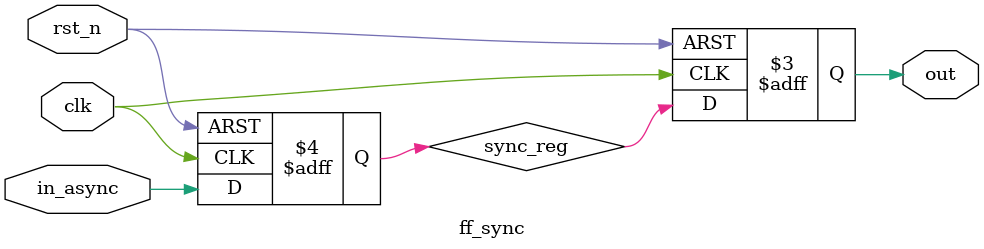
<source format=v>
module ff_sync #(parameter WIDTH=1)(
    input clk,
    input rst_n,
    input[WIDTH-1:0] in_async,
    output reg[WIDTH-1:0] out);
    
    (* ASYNC_REG = "TRUE" *) reg[WIDTH-1:0] sync_reg;
    always @(posedge clk, negedge rst_n) begin
        if(!rst_n) begin
            sync_reg <= 0;
            out <= 0;
        end else begin
            {out, sync_reg} <= {sync_reg, in_async};
        end
    end
    
endmodule

</source>
